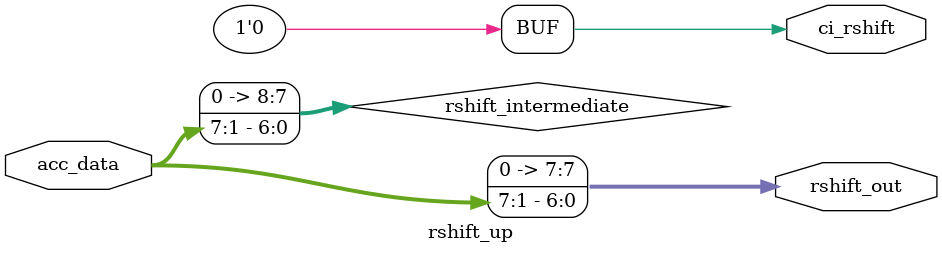
<source format=v>
module rshift_up(acc_data,
			rshift_out,ci_rshift);
		
	input [7:0]acc_data;
	
	output ci_rshift;
	output [7:0]rshift_out;
	
	wire [8:0]rshift_intermediate;
	
	assign rshift_intermediate=acc_data>>1'b1;
	
	assign rshift_out = rshift_intermediate[7:0];
	assign ci_rshift=rshift_intermediate[8];
	/*
	input [15:0]acc_data;
	
	output ci_rshift;
	output [15:0]rshift_out;
	
	wire [16:0]rshift_intermediate;
	
	assign rshift_intermediate=acc_data>>1'b1;
	
	assign rshift_out = rshift_intermediate[15:0];
	assign ci_rshift=rshift_intermediate[16];
	*/
		
endmodule


</source>
